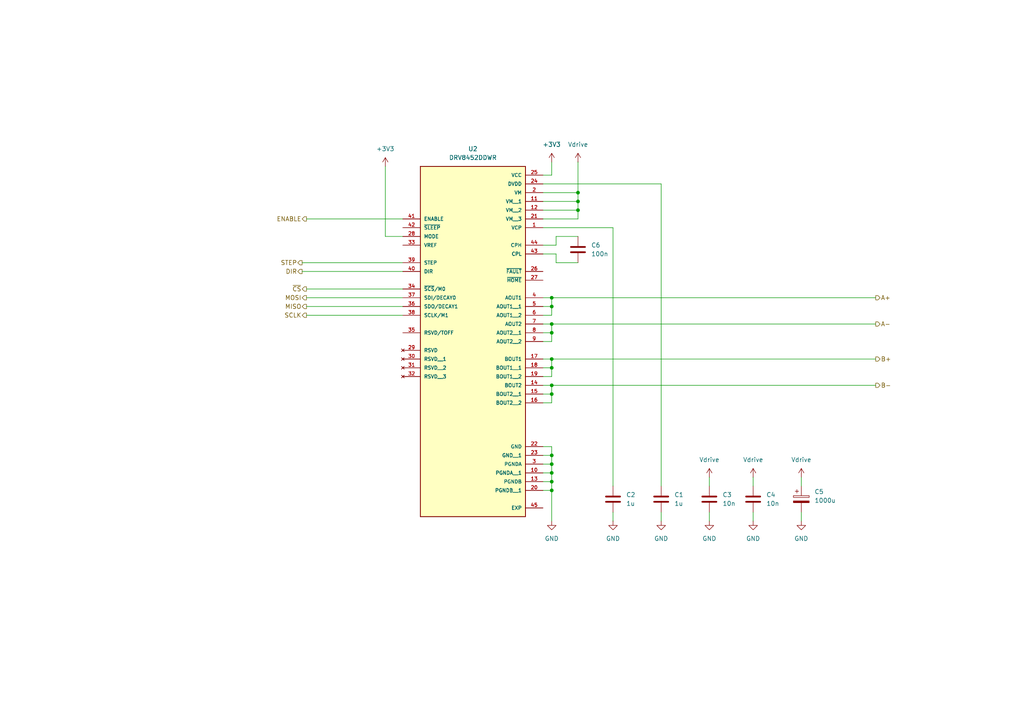
<source format=kicad_sch>
(kicad_sch (version 20250114) (generator "eeschema") (generator_version "9.0")
  (paper "A4")
  (lib_symbols
    (symbol "Device:C" (pin_numbers (hide yes)) (pin_names (offset 0.254))
      (property "Reference" "C" (at 0.635 2.54 0))
      (property "Value" "C" (at 0.635 -2.54 0))
      (symbol "C_0_1"
        (polyline (pts (xy -2.032 0.762) (xy 2.032 0.762)) (stroke (width 0.508)))
        (polyline (pts (xy -2.032 -0.762) (xy 2.032 -0.762)) (stroke (width 0.508)))
      )
      (symbol "C_1_1"
        (pin passive line (at 0 3.81 270) (length 2.794) (name "~") (number "1"))
        (pin passive line (at 0 -3.81 90) (length 2.794) (name "~") (number "2"))
      )
    )
    (symbol "Device:C_Polarized" (pin_numbers (hide yes)) (pin_names (offset 0.254))
      (property "Reference" "C" (at 0.635 2.54 0))
      (property "Value" "C_Polarized" (at 0.635 -2.54 0))
      (symbol "C_Polarized_0_1"
        (rectangle (start -2.286 0.508) (end 2.286 1.016))
        (polyline (pts (xy -1.778 2.286) (xy -0.762 2.286)))
        (polyline (pts (xy -1.27 2.794) (xy -1.27 1.778)))
        (rectangle (start 2.286 -0.508) (end -2.286 -1.016) (fill (type outline)))
      )
      (symbol "C_Polarized_1_1"
        (pin passive line (at 0 3.81 270) (length 2.794) (name "~") (number "1"))
        (pin passive line (at 0 -3.81 90) (length 2.794) (name "~") (number "2"))
      )
    )
    (symbol "local_library:DRV8452DDWR" (pin_names (offset 1.016))
      (property "Reference" "U" (at -15.24 35.56 0))
      (property "Value" "DRV8452DDWR" (at -15.24 -71.12 0))
      (symbol "DRV8452DDWR_0_0"
        (rectangle (start -15.24 -68.58) (end 15.24 33.02) (stroke (width 0.254)) (fill (type background)))
        (pin input line (at -20.32 17.78 0) (length 5.08) (name "ENABLE") (number "41"))
        (pin input line (at -20.32 15.24 0) (length 5.08) (name "~{SLEEP}") (number "42"))
        (pin input line (at -20.32 12.7 0) (length 5.08) (name "MODE") (number "28"))
        (pin input line (at -20.32 10.16 0) (length 5.08) (name "VREF") (number "33"))
        (pin input line (at -20.32 5.08 0) (length 5.08) (name "STEP") (number "39"))
        (pin input line (at -20.32 2.54 0) (length 5.08) (name "DIR") (number "40"))
        (pin input line (at -20.32 -2.54 0) (length 5.08) (name "~{SCS}/M0") (number "34"))
        (pin input line (at -20.32 -5.08 0) (length 5.08) (name "SDI/DECAY0") (number "37"))
        (pin bidirectional line (at -20.32 -7.62 0) (length 5.08) (name "SDO/DECAY1") (number "36"))
        (pin input line (at -20.32 -10.16 0) (length 5.08) (name "SCLK/M1") (number "38"))
        (pin input line (at -20.32 -15.24 0) (length 5.08) (name "RSVD/TOFF") (number "35"))
        (pin no_connect line (at -20.32 -20.32 0) (length 5.08) (name "RSVD") (number "29"))
        (pin no_connect line (at -20.32 -22.86 0) (length 5.08) (name "RSVD__1") (number "30"))
        (pin no_connect line (at -20.32 -25.4 0) (length 5.08) (name "RSVD__2") (number "31"))
        (pin no_connect line (at -20.32 -27.94 0) (length 5.08) (name "RSVD__3") (number "32"))
        (pin power_in line (at 20.32 30.48 180) (length 5.08) (name "VCC") (number "25"))
        (pin power_in line (at 20.32 27.94 180) (length 5.08) (name "DVDD") (number "24"))
        (pin power_in line (at 20.32 25.4 180) (length 5.08) (name "VM") (number "2"))
        (pin power_in line (at 20.32 22.86 180) (length 5.08) (name "VM__1") (number "11"))
        (pin power_in line (at 20.32 20.32 180) (length 5.08) (name "VM__2") (number "12"))
        (pin power_in line (at 20.32 17.78 180) (length 5.08) (name "VM__3") (number "21"))
        (pin power_in line (at 20.32 15.24 180) (length 5.08) (name "VCP") (number "1"))
        (pin power_in line (at 20.32 10.16 180) (length 5.08) (name "CPH") (number "44"))
        (pin power_in line (at 20.32 7.62 180) (length 5.08) (name "CPL") (number "43"))
        (pin output line (at 20.32 2.54 180) (length 5.08) (name "~{FAULT}") (number "26"))
        (pin output line (at 20.32 0 180) (length 5.08) (name "~{HOME}") (number "27"))
        (pin output line (at 20.32 -5.08 180) (length 5.08) (name "AOUT1") (number "4"))
        (pin output line (at 20.32 -7.62 180) (length 5.08) (name "AOUT1__1") (number "5"))
        (pin output line (at 20.32 -10.16 180) (length 5.08) (name "AOUT1__2") (number "6"))
        (pin output line (at 20.32 -12.7 180) (length 5.08) (name "AOUT2") (number "7"))
        (pin output line (at 20.32 -15.24 180) (length 5.08) (name "AOUT2__1") (number "8"))
        (pin output line (at 20.32 -17.78 180) (length 5.08) (name "AOUT2__2") (number "9"))
        (pin output line (at 20.32 -22.86 180) (length 5.08) (name "BOUT1") (number "17"))
        (pin output line (at 20.32 -25.4 180) (length 5.08) (name "BOUT1__1") (number "18"))
        (pin output line (at 20.32 -27.94 180) (length 5.08) (name "BOUT1__2") (number "19"))
        (pin output line (at 20.32 -30.48 180) (length 5.08) (name "BOUT2") (number "14"))
        (pin output line (at 20.32 -33.02 180) (length 5.08) (name "BOUT2__1") (number "15"))
        (pin output line (at 20.32 -35.56 180) (length 5.08) (name "BOUT2__2") (number "16"))
        (pin power_in line (at 20.32 -48.26 180) (length 5.08) (name "GND") (number "22"))
        (pin power_in line (at 20.32 -50.8 180) (length 5.08) (name "GND__1") (number "23"))
        (pin power_in line (at 20.32 -53.34 180) (length 5.08) (name "PGNDA") (number "3"))
        (pin power_in line (at 20.32 -55.88 180) (length 5.08) (name "PGNDA__1") (number "10"))
        (pin power_in line (at 20.32 -58.42 180) (length 5.08) (name "PGNDB") (number "13"))
        (pin power_in line (at 20.32 -60.96 180) (length 5.08) (name "PGNDB__1") (number "20"))
        (pin power_in line (at 20.32 -66.04 180) (length 5.08) (name "EXP") (number "45"))
      )
    )
    (symbol "power:+3V3" (power) (pin_numbers (hide yes)) (pin_names (offset 0) (hide yes))
      (property "Value" "+3V3" (at 0 3.556 0))
      (symbol "+3V3_0_1"
        (polyline (pts (xy -0.762 1.27) (xy 0 2.54)))
        (polyline (pts (xy 0 2.54) (xy 0.762 1.27)))
        (polyline (pts (xy 0 0) (xy 0 2.54)))
      )
      (symbol "+3V3_1_1"
        (pin power_in line (at 0 0 90) (length 0) (name "~") (number "1"))
      )
    )
    (symbol "power:GND" (power) (pin_numbers (hide yes)) (pin_names (offset 0) (hide yes))
      (property "Value" "GND" (at 0 -3.81 0))
      (symbol "GND_0_1"
        (polyline (pts (xy 0 0) (xy 0 -1.27) (xy 1.27 -1.27) (xy 0 -2.54) (xy -1.27 -1.27) (xy 0 -1.27)))
      )
      (symbol "GND_1_1"
        (pin power_in line (at 0 0 270) (length 0) (name "~") (number "1"))
      )
    )
    (symbol "power:Vdrive" (power) (pin_numbers (hide yes)) (pin_names (offset 0) (hide yes))
      (property "Value" "Vdrive" (at 0 3.556 0))
      (symbol "Vdrive_0_1"
        (polyline (pts (xy -0.762 1.27) (xy 0 2.54)))
        (polyline (pts (xy 0 2.54) (xy 0.762 1.27)))
        (polyline (pts (xy 0 0) (xy 0 2.54)))
      )
      (symbol "Vdrive_1_1"
        (pin power_in line (at 0 0 90) (length 0) (name "~") (number "1"))
      )
    )
  )
  (junction (at 160.02 111.76))
  (junction (at 160.02 139.7))
  (junction (at 160.02 137.16))
  (junction (at 160.02 106.68))
  (junction (at 160.02 114.3))
  (junction (at 160.02 93.98))
  (junction (at 160.02 134.62))
  (junction (at 160.02 142.24))
  (junction (at 160.02 104.14))
  (junction (at 160.02 96.52))
  (junction (at 167.64 60.96))
  (junction (at 160.02 86.36))
  (junction (at 160.02 132.08))
  (junction (at 167.64 58.42))
  (junction (at 160.02 88.9))
  (junction (at 167.64 55.88))
  (wire (pts (xy 160.02 129.54) (xy 160.02 132.08)))
  (wire (pts (xy 167.64 46.99) (xy 167.64 55.88)))
  (wire (pts (xy 157.48 134.62) (xy 160.02 134.62)))
  (wire (pts (xy 157.48 58.42) (xy 167.64 58.42)))
  (wire (pts (xy 191.77 148.59) (xy 191.77 151.13)))
  (wire (pts (xy 157.48 137.16) (xy 160.02 137.16)))
  (wire (pts (xy 157.48 86.36) (xy 160.02 86.36)))
  (wire (pts (xy 205.74 138.43) (xy 205.74 140.97)))
  (wire (pts (xy 88.9 63.5) (xy 116.84 63.5)))
  (wire (pts (xy 157.48 142.24) (xy 160.02 142.24)))
  (wire (pts (xy 218.44 138.43) (xy 218.44 140.97)))
  (wire (pts (xy 161.29 71.12) (xy 157.48 71.12)))
  (wire (pts (xy 160.02 86.36) (xy 160.02 88.9)))
  (wire (pts (xy 160.02 139.7) (xy 160.02 142.24)))
  (wire (pts (xy 160.02 96.52) (xy 157.48 96.52)))
  (wire (pts (xy 157.48 93.98) (xy 160.02 93.98)))
  (wire (pts (xy 160.02 116.84) (xy 157.48 116.84)))
  (wire (pts (xy 88.9 86.36) (xy 116.84 86.36)))
  (wire (pts (xy 167.64 58.42) (xy 167.64 60.96)))
  (wire (pts (xy 160.02 109.22) (xy 157.48 109.22)))
  (wire (pts (xy 157.48 129.54) (xy 160.02 129.54)))
  (wire (pts (xy 88.9 88.9) (xy 116.84 88.9)))
  (wire (pts (xy 157.48 53.34) (xy 191.77 53.34)))
  (wire (pts (xy 218.44 148.59) (xy 218.44 151.13)))
  (wire (pts (xy 161.29 73.66) (xy 157.48 73.66)))
  (wire (pts (xy 160.02 50.8) (xy 157.48 50.8)))
  (wire (pts (xy 177.8 66.04) (xy 177.8 140.97)))
  (wire (pts (xy 88.9 91.44) (xy 116.84 91.44)))
  (wire (pts (xy 160.02 93.98) (xy 254 93.98)))
  (wire (pts (xy 160.02 134.62) (xy 160.02 137.16)))
  (wire (pts (xy 160.02 88.9) (xy 160.02 91.44)))
  (wire (pts (xy 161.29 76.2) (xy 161.29 73.66)))
  (wire (pts (xy 157.48 55.88) (xy 167.64 55.88)))
  (wire (pts (xy 160.02 142.24) (xy 160.02 151.13)))
  (wire (pts (xy 205.74 148.59) (xy 205.74 151.13)))
  (wire (pts (xy 160.02 114.3) (xy 157.48 114.3)))
  (wire (pts (xy 167.64 76.2) (xy 161.29 76.2)))
  (wire (pts (xy 157.48 88.9) (xy 160.02 88.9)))
  (wire (pts (xy 167.64 55.88) (xy 167.64 58.42)))
  (wire (pts (xy 160.02 99.06) (xy 157.48 99.06)))
  (wire (pts (xy 161.29 68.58) (xy 161.29 71.12)))
  (wire (pts (xy 160.02 96.52) (xy 160.02 99.06)))
  (wire (pts (xy 157.48 63.5) (xy 167.64 63.5)))
  (wire (pts (xy 167.64 63.5) (xy 167.64 60.96)))
  (wire (pts (xy 160.02 132.08) (xy 160.02 134.62)))
  (wire (pts (xy 157.48 139.7) (xy 160.02 139.7)))
  (wire (pts (xy 160.02 93.98) (xy 160.02 96.52)))
  (wire (pts (xy 160.02 104.14) (xy 160.02 106.68)))
  (wire (pts (xy 157.48 66.04) (xy 177.8 66.04)))
  (wire (pts (xy 160.02 114.3) (xy 160.02 116.84)))
  (wire (pts (xy 232.41 148.59) (xy 232.41 151.13)))
  (wire (pts (xy 160.02 106.68) (xy 157.48 106.68)))
  (wire (pts (xy 160.02 106.68) (xy 160.02 109.22)))
  (wire (pts (xy 157.48 132.08) (xy 160.02 132.08)))
  (wire (pts (xy 88.9 83.82) (xy 116.84 83.82)))
  (wire (pts (xy 87.63 78.74) (xy 116.84 78.74)))
  (wire (pts (xy 160.02 137.16) (xy 160.02 139.7)))
  (wire (pts (xy 111.76 68.58) (xy 116.84 68.58)))
  (wire (pts (xy 160.02 104.14) (xy 254 104.14)))
  (wire (pts (xy 160.02 46.99) (xy 160.02 50.8)))
  (wire (pts (xy 191.77 53.34) (xy 191.77 140.97)))
  (wire (pts (xy 160.02 111.76) (xy 160.02 114.3)))
  (wire (pts (xy 161.29 68.58) (xy 167.64 68.58)))
  (wire (pts (xy 87.63 76.2) (xy 116.84 76.2)))
  (wire (pts (xy 160.02 111.76) (xy 254 111.76)))
  (wire (pts (xy 232.41 138.43) (xy 232.41 140.97)))
  (wire (pts (xy 157.48 60.96) (xy 167.64 60.96)))
  (wire (pts (xy 160.02 86.36) (xy 254 86.36)))
  (wire (pts (xy 160.02 91.44) (xy 157.48 91.44)))
  (wire (pts (xy 160.02 104.14) (xy 157.48 104.14)))
  (wire (pts (xy 160.02 111.76) (xy 157.48 111.76)))
  (wire (pts (xy 177.8 148.59) (xy 177.8 151.13)))
  (wire (pts (xy 111.76 48.26) (xy 111.76 68.58)))
  (hierarchical_label "A-" (shape output) (at 254 93.98 0))
  (hierarchical_label "ENABLE" (shape output) (at 88.9 63.5 180))
  (hierarchical_label "MOSI" (shape output) (at 88.9 86.36 180))
  (hierarchical_label "~{CS}" (shape output) (at 88.9 83.82 180))
  (hierarchical_label "B+" (shape output) (at 254 104.14 0))
  (hierarchical_label "B-" (shape output) (at 254 111.76 0))
  (hierarchical_label "STEP" (shape output) (at 87.63 76.2 180))
  (hierarchical_label "MISO" (shape output) (at 88.9 88.9 180))
  (hierarchical_label "DIR" (shape output) (at 87.63 78.74 180))
  (hierarchical_label "SCLK" (shape output) (at 88.9 91.44 180))
  (hierarchical_label "A+" (shape output) (at 254 86.36 0))
  (symbol (lib_id "power:GND") (at 177.8 151.13 0) (unit 1)
    (property "Reference" "#PWR018" (effects (hide yes)))
    (property "Value" "GND" (at 177.8 156.21 0))
    (property "Description" "Power symbol creates a global label with name \"GND\" , ground" (effects (hide yes)))
  )
  (symbol (lib_id "Device:C_Polarized") (at 232.41 144.78 0) (unit 1)
    (property "Reference" "C5" (at 236.22 142.6209 0) (effects (justify left)))
    (property "Value" "1000u" (at 236.22 145.1609 0) (effects (justify left)))
    (property "Description" "Polarized capacitor" (effects (hide yes)))
    (property "Voltage rating" "63V" (effects (hide yes)))
  )
  (symbol (lib_id "power:GND") (at 160.02 151.13 0) (unit 1)
    (property "Reference" "#PWR015" (effects (hide yes)))
    (property "Value" "GND" (at 160.02 156.21 0))
    (property "Description" "Power symbol creates a global label with name \"GND\" , ground" (effects (hide yes)))
  )
  (symbol (lib_id "power:GND") (at 232.41 151.13 0) (unit 1)
    (property "Reference" "#PWR023" (effects (hide yes)))
    (property "Value" "GND" (at 232.41 156.21 0))
    (property "Description" "Power symbol creates a global label with name \"GND\" , ground" (effects (hide yes)))
  )
  (symbol (lib_id "power:+3V3") (at 111.76 48.26 0) (unit 1)
    (property "Reference" "#PWR020" (effects (hide yes)))
    (property "Value" "+3V3" (at 111.76 43.18 0))
    (property "Description" "Power symbol creates a global label with name \"+3V3\"" (effects (hide yes)))
  )
  (symbol (lib_id "power:Vdrive") (at 205.74 138.43 0) (unit 1)
    (property "Reference" "#PWR024" (effects (hide yes)))
    (property "Value" "Vdrive" (at 205.74 133.35 0))
    (property "Description" "Power symbol creates a global label with name \"Vdrive\"" (effects (hide yes)))
  )
  (symbol (lib_id "Device:C") (at 177.8 144.78 0) (unit 1)
    (property "Reference" "C2" (at 181.61 143.5099 0) (effects (justify left)))
    (property "Value" "1u" (at 181.61 146.0499 0) (effects (justify left)))
    (property "Description" "Unpolarized capacitor" (effects (hide yes)))
    (property "Voltage rating" "16V" (effects (hide yes)))
  )
  (symbol (lib_id "power:GND") (at 205.74 151.13 0) (unit 1)
    (property "Reference" "#PWR021" (effects (hide yes)))
    (property "Value" "GND" (at 205.74 156.21 0))
    (property "Description" "Power symbol creates a global label with name \"GND\" , ground" (effects (hide yes)))
  )
  (symbol (lib_id "Device:C") (at 191.77 144.78 0) (unit 1)
    (property "Reference" "C1" (at 195.58 143.5099 0) (effects (justify left)))
    (property "Value" "1u" (at 195.58 146.0499 0) (effects (justify left)))
    (property "Description" "Unpolarized capacitor" (effects (hide yes)))
    (property "Voltage rating" "10V" (effects (hide yes)))
  )
  (symbol (lib_id "power:+3V3") (at 160.02 46.99 0) (unit 1)
    (property "Reference" "#PWR016" (effects (hide yes)))
    (property "Value" "+3V3" (at 160.02 41.91 0))
    (property "Description" "Power symbol creates a global label with name \"+3V3\"" (effects (hide yes)))
  )
  (symbol (lib_id "power:Vdrive") (at 232.41 138.43 0) (unit 1)
    (property "Reference" "#PWR026" (effects (hide yes)))
    (property "Value" "Vdrive" (at 232.41 133.35 0))
    (property "Description" "Power symbol creates a global label with name \"Vdrive\"" (effects (hide yes)))
  )
  (symbol (lib_id "power:Vdrive") (at 218.44 138.43 0) (unit 1)
    (property "Reference" "#PWR025" (effects (hide yes)))
    (property "Value" "Vdrive" (at 218.44 133.35 0))
    (property "Description" "Power symbol creates a global label with name \"Vdrive\"" (effects (hide yes)))
  )
  (symbol (lib_id "Device:C") (at 205.74 144.78 0) (unit 1)
    (property "Reference" "C3" (at 209.55 143.5099 0) (effects (justify left)))
    (property "Value" "10n" (at 209.55 146.0499 0) (effects (justify left)))
    (property "Description" "Unpolarized capacitor" (effects (hide yes)))
    (property "Voltage rating" "63V" (effects (hide yes)))
  )
  (symbol (lib_id "Device:C") (at 218.44 144.78 0) (unit 1)
    (property "Reference" "C4" (at 222.25 143.5099 0) (effects (justify left)))
    (property "Value" "10n" (at 222.25 146.0499 0) (effects (justify left)))
    (property "Description" "Unpolarized capacitor" (effects (hide yes)))
    (property "Voltage rating" "63V" (effects (hide yes)))
  )
  (symbol (lib_id "power:GND") (at 218.44 151.13 0) (unit 1)
    (property "Reference" "#PWR022" (effects (hide yes)))
    (property "Value" "GND" (at 218.44 156.21 0))
    (property "Description" "Power symbol creates a global label with name \"GND\" , ground" (effects (hide yes)))
  )
  (symbol (lib_id "power:GND") (at 191.77 151.13 0) (unit 1)
    (property "Reference" "#PWR019" (effects (hide yes)))
    (property "Value" "GND" (at 191.77 156.21 0))
    (property "Description" "Power symbol creates a global label with name \"GND\" , ground" (effects (hide yes)))
  )
  (symbol (lib_id "power:Vdrive") (at 167.64 46.99 0) (unit 1)
    (property "Reference" "#PWR017" (effects (hide yes)))
    (property "Value" "Vdrive" (at 167.64 41.91 0))
    (property "Description" "Power symbol creates a global label with name \"Vdrive\"" (effects (hide yes)))
  )
  (symbol (lib_id "local_library:DRV8452DDWR") (at 137.16 81.28 0) (unit 1)
    (property "Reference" "U2" (at 137.16 43.18 0))
    (property "Value" "DRV8452DDWR" (at 137.16 45.72 0))
    (property "Footprint" "local_library:IC_DRV8452DDWR" (effects (hide yes)))
    (property "PARTREV" "A" (effects (hide yes)))
    (property "STANDARD" "Manufacturer Recommendations" (effects (hide yes)))
    (property "SNAPEDA_PN" "DRV8452DDWR" (effects (hide yes)))
    (property "MAXIMUM_PACKAGE_HEIGHT" "1.20mm" (effects (hide yes)))
    (property "MANUFACTURER" "Texas Instruments" (effects (hide yes)))
  )
  (symbol (lib_id "Device:C") (at 167.64 72.39 0) (unit 1)
    (property "Reference" "C6" (at 171.45 71.1199 0) (effects (justify left)))
    (property "Value" "100n" (at 171.45 73.6599 0) (effects (justify left)))
    (property "Description" "Unpolarized capacitor" (effects (hide yes)))
    (property "Voltage rating" "63V" (effects (hide yes)))
  )
)
</source>
